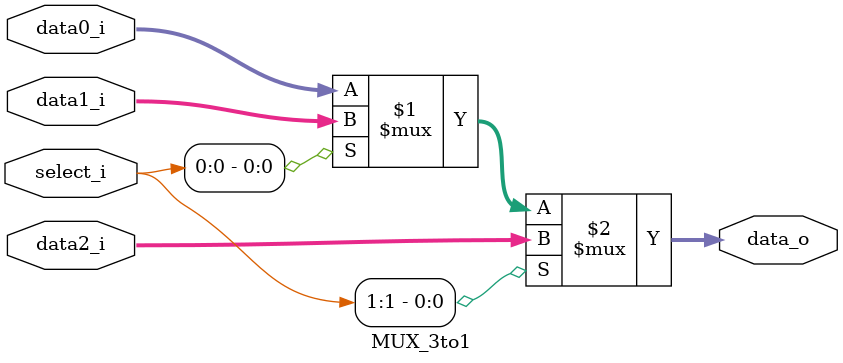
<source format=v>
/***************************************************
Student Name: 
Student ID: 
***************************************************/

`timescale 1ns/1ps

module MUX_3to1(
	input   	[32-1:0] data0_i,       
	input   	[32-1:0] data1_i,
	input   	[32-1:0] data2_i,
	input       [ 2-1:0] select_i,
	output wire [32-1:0] data_o
               );			   

assign data_o = (select_i[1] ) ? data2_i : ((select_i[0] ) ? data1_i : data0_i);

endmodule      
          
</source>
